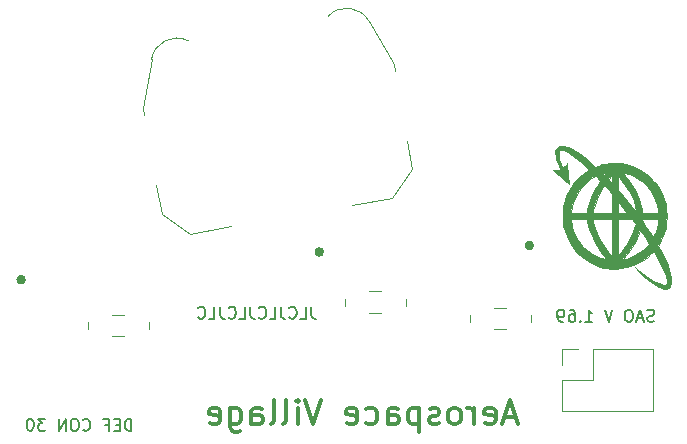
<source format=gbo>
%TF.GenerationSoftware,KiCad,Pcbnew,(5.1.12-1-10_14)*%
%TF.CreationDate,2022-04-05T15:16:15-04:00*%
%TF.ProjectId,sr-71,73722d37-312e-46b6-9963-61645f706362,rev?*%
%TF.SameCoordinates,Original*%
%TF.FileFunction,Legend,Bot*%
%TF.FilePolarity,Positive*%
%FSLAX46Y46*%
G04 Gerber Fmt 4.6, Leading zero omitted, Abs format (unit mm)*
G04 Created by KiCad (PCBNEW (5.1.12-1-10_14)) date 2022-04-05 15:16:15*
%MOMM*%
%LPD*%
G01*
G04 APERTURE LIST*
%ADD10C,0.150000*%
%ADD11C,0.300000*%
%ADD12C,0.120000*%
%ADD13C,0.008405*%
%ADD14C,0.400000*%
%ADD15C,0.100000*%
G04 APERTURE END LIST*
D10*
X152548647Y-107656380D02*
X152548647Y-108370666D01*
X152596266Y-108513523D01*
X152691504Y-108608761D01*
X152834361Y-108656380D01*
X152929600Y-108656380D01*
X151596266Y-108656380D02*
X152072457Y-108656380D01*
X152072457Y-107656380D01*
X150691504Y-108561142D02*
X150739123Y-108608761D01*
X150881980Y-108656380D01*
X150977219Y-108656380D01*
X151120076Y-108608761D01*
X151215314Y-108513523D01*
X151262933Y-108418285D01*
X151310552Y-108227809D01*
X151310552Y-108084952D01*
X151262933Y-107894476D01*
X151215314Y-107799238D01*
X151120076Y-107704000D01*
X150977219Y-107656380D01*
X150881980Y-107656380D01*
X150739123Y-107704000D01*
X150691504Y-107751619D01*
X149977219Y-107656380D02*
X149977219Y-108370666D01*
X150024838Y-108513523D01*
X150120076Y-108608761D01*
X150262933Y-108656380D01*
X150358171Y-108656380D01*
X149024838Y-108656380D02*
X149501028Y-108656380D01*
X149501028Y-107656380D01*
X148120076Y-108561142D02*
X148167695Y-108608761D01*
X148310552Y-108656380D01*
X148405790Y-108656380D01*
X148548647Y-108608761D01*
X148643885Y-108513523D01*
X148691504Y-108418285D01*
X148739123Y-108227809D01*
X148739123Y-108084952D01*
X148691504Y-107894476D01*
X148643885Y-107799238D01*
X148548647Y-107704000D01*
X148405790Y-107656380D01*
X148310552Y-107656380D01*
X148167695Y-107704000D01*
X148120076Y-107751619D01*
X147405790Y-107656380D02*
X147405790Y-108370666D01*
X147453409Y-108513523D01*
X147548647Y-108608761D01*
X147691504Y-108656380D01*
X147786742Y-108656380D01*
X146453409Y-108656380D02*
X146929600Y-108656380D01*
X146929600Y-107656380D01*
X145548647Y-108561142D02*
X145596266Y-108608761D01*
X145739123Y-108656380D01*
X145834361Y-108656380D01*
X145977219Y-108608761D01*
X146072457Y-108513523D01*
X146120076Y-108418285D01*
X146167695Y-108227809D01*
X146167695Y-108084952D01*
X146120076Y-107894476D01*
X146072457Y-107799238D01*
X145977219Y-107704000D01*
X145834361Y-107656380D01*
X145739123Y-107656380D01*
X145596266Y-107704000D01*
X145548647Y-107751619D01*
X144834361Y-107656380D02*
X144834361Y-108370666D01*
X144881980Y-108513523D01*
X144977219Y-108608761D01*
X145120076Y-108656380D01*
X145215314Y-108656380D01*
X143881980Y-108656380D02*
X144358171Y-108656380D01*
X144358171Y-107656380D01*
X142977219Y-108561142D02*
X143024838Y-108608761D01*
X143167695Y-108656380D01*
X143262933Y-108656380D01*
X143405790Y-108608761D01*
X143501028Y-108513523D01*
X143548647Y-108418285D01*
X143596266Y-108227809D01*
X143596266Y-108084952D01*
X143548647Y-107894476D01*
X143501028Y-107799238D01*
X143405790Y-107704000D01*
X143262933Y-107656380D01*
X143167695Y-107656380D01*
X143024838Y-107704000D01*
X142977219Y-107751619D01*
X137322961Y-118155980D02*
X137322961Y-117155980D01*
X137084866Y-117155980D01*
X136942009Y-117203600D01*
X136846771Y-117298838D01*
X136799152Y-117394076D01*
X136751533Y-117584552D01*
X136751533Y-117727409D01*
X136799152Y-117917885D01*
X136846771Y-118013123D01*
X136942009Y-118108361D01*
X137084866Y-118155980D01*
X137322961Y-118155980D01*
X136322961Y-117632171D02*
X135989628Y-117632171D01*
X135846771Y-118155980D02*
X136322961Y-118155980D01*
X136322961Y-117155980D01*
X135846771Y-117155980D01*
X135084866Y-117632171D02*
X135418200Y-117632171D01*
X135418200Y-118155980D02*
X135418200Y-117155980D01*
X134942009Y-117155980D01*
X133227723Y-118060742D02*
X133275342Y-118108361D01*
X133418200Y-118155980D01*
X133513438Y-118155980D01*
X133656295Y-118108361D01*
X133751533Y-118013123D01*
X133799152Y-117917885D01*
X133846771Y-117727409D01*
X133846771Y-117584552D01*
X133799152Y-117394076D01*
X133751533Y-117298838D01*
X133656295Y-117203600D01*
X133513438Y-117155980D01*
X133418200Y-117155980D01*
X133275342Y-117203600D01*
X133227723Y-117251219D01*
X132608676Y-117155980D02*
X132418200Y-117155980D01*
X132322961Y-117203600D01*
X132227723Y-117298838D01*
X132180104Y-117489314D01*
X132180104Y-117822647D01*
X132227723Y-118013123D01*
X132322961Y-118108361D01*
X132418200Y-118155980D01*
X132608676Y-118155980D01*
X132703914Y-118108361D01*
X132799152Y-118013123D01*
X132846771Y-117822647D01*
X132846771Y-117489314D01*
X132799152Y-117298838D01*
X132703914Y-117203600D01*
X132608676Y-117155980D01*
X131751533Y-118155980D02*
X131751533Y-117155980D01*
X131180104Y-118155980D01*
X131180104Y-117155980D01*
X130037247Y-117155980D02*
X129418200Y-117155980D01*
X129751533Y-117536933D01*
X129608676Y-117536933D01*
X129513438Y-117584552D01*
X129465819Y-117632171D01*
X129418200Y-117727409D01*
X129418200Y-117965504D01*
X129465819Y-118060742D01*
X129513438Y-118108361D01*
X129608676Y-118155980D01*
X129894390Y-118155980D01*
X129989628Y-118108361D01*
X130037247Y-118060742D01*
X128799152Y-117155980D02*
X128703914Y-117155980D01*
X128608676Y-117203600D01*
X128561057Y-117251219D01*
X128513438Y-117346457D01*
X128465819Y-117536933D01*
X128465819Y-117775028D01*
X128513438Y-117965504D01*
X128561057Y-118060742D01*
X128608676Y-118108361D01*
X128703914Y-118155980D01*
X128799152Y-118155980D01*
X128894390Y-118108361D01*
X128942009Y-118060742D01*
X128989628Y-117965504D01*
X129037247Y-117775028D01*
X129037247Y-117536933D01*
X128989628Y-117346457D01*
X128942009Y-117251219D01*
X128894390Y-117203600D01*
X128799152Y-117155980D01*
D11*
X169870400Y-116995533D02*
X168918019Y-116995533D01*
X170060876Y-117566961D02*
X169394209Y-115566961D01*
X168727542Y-117566961D01*
X167298971Y-117471723D02*
X167489447Y-117566961D01*
X167870400Y-117566961D01*
X168060876Y-117471723D01*
X168156114Y-117281247D01*
X168156114Y-116519342D01*
X168060876Y-116328866D01*
X167870400Y-116233628D01*
X167489447Y-116233628D01*
X167298971Y-116328866D01*
X167203733Y-116519342D01*
X167203733Y-116709819D01*
X168156114Y-116900295D01*
X166346590Y-117566961D02*
X166346590Y-116233628D01*
X166346590Y-116614580D02*
X166251352Y-116424104D01*
X166156114Y-116328866D01*
X165965638Y-116233628D01*
X165775161Y-116233628D01*
X164822780Y-117566961D02*
X165013257Y-117471723D01*
X165108495Y-117376485D01*
X165203733Y-117186009D01*
X165203733Y-116614580D01*
X165108495Y-116424104D01*
X165013257Y-116328866D01*
X164822780Y-116233628D01*
X164537066Y-116233628D01*
X164346590Y-116328866D01*
X164251352Y-116424104D01*
X164156114Y-116614580D01*
X164156114Y-117186009D01*
X164251352Y-117376485D01*
X164346590Y-117471723D01*
X164537066Y-117566961D01*
X164822780Y-117566961D01*
X163394209Y-117471723D02*
X163203733Y-117566961D01*
X162822780Y-117566961D01*
X162632304Y-117471723D01*
X162537066Y-117281247D01*
X162537066Y-117186009D01*
X162632304Y-116995533D01*
X162822780Y-116900295D01*
X163108495Y-116900295D01*
X163298971Y-116805057D01*
X163394209Y-116614580D01*
X163394209Y-116519342D01*
X163298971Y-116328866D01*
X163108495Y-116233628D01*
X162822780Y-116233628D01*
X162632304Y-116328866D01*
X161679923Y-116233628D02*
X161679923Y-118233628D01*
X161679923Y-116328866D02*
X161489447Y-116233628D01*
X161108495Y-116233628D01*
X160918019Y-116328866D01*
X160822780Y-116424104D01*
X160727542Y-116614580D01*
X160727542Y-117186009D01*
X160822780Y-117376485D01*
X160918019Y-117471723D01*
X161108495Y-117566961D01*
X161489447Y-117566961D01*
X161679923Y-117471723D01*
X159013257Y-117566961D02*
X159013257Y-116519342D01*
X159108495Y-116328866D01*
X159298971Y-116233628D01*
X159679923Y-116233628D01*
X159870400Y-116328866D01*
X159013257Y-117471723D02*
X159203733Y-117566961D01*
X159679923Y-117566961D01*
X159870400Y-117471723D01*
X159965638Y-117281247D01*
X159965638Y-117090771D01*
X159870400Y-116900295D01*
X159679923Y-116805057D01*
X159203733Y-116805057D01*
X159013257Y-116709819D01*
X157203733Y-117471723D02*
X157394209Y-117566961D01*
X157775161Y-117566961D01*
X157965638Y-117471723D01*
X158060876Y-117376485D01*
X158156114Y-117186009D01*
X158156114Y-116614580D01*
X158060876Y-116424104D01*
X157965638Y-116328866D01*
X157775161Y-116233628D01*
X157394209Y-116233628D01*
X157203733Y-116328866D01*
X155584685Y-117471723D02*
X155775161Y-117566961D01*
X156156114Y-117566961D01*
X156346590Y-117471723D01*
X156441828Y-117281247D01*
X156441828Y-116519342D01*
X156346590Y-116328866D01*
X156156114Y-116233628D01*
X155775161Y-116233628D01*
X155584685Y-116328866D01*
X155489447Y-116519342D01*
X155489447Y-116709819D01*
X156441828Y-116900295D01*
X153394209Y-115566961D02*
X152727542Y-117566961D01*
X152060876Y-115566961D01*
X151394209Y-117566961D02*
X151394209Y-116233628D01*
X151394209Y-115566961D02*
X151489447Y-115662200D01*
X151394209Y-115757438D01*
X151298971Y-115662200D01*
X151394209Y-115566961D01*
X151394209Y-115757438D01*
X150156114Y-117566961D02*
X150346590Y-117471723D01*
X150441828Y-117281247D01*
X150441828Y-115566961D01*
X149108495Y-117566961D02*
X149298971Y-117471723D01*
X149394209Y-117281247D01*
X149394209Y-115566961D01*
X147489447Y-117566961D02*
X147489447Y-116519342D01*
X147584685Y-116328866D01*
X147775161Y-116233628D01*
X148156114Y-116233628D01*
X148346590Y-116328866D01*
X147489447Y-117471723D02*
X147679923Y-117566961D01*
X148156114Y-117566961D01*
X148346590Y-117471723D01*
X148441828Y-117281247D01*
X148441828Y-117090771D01*
X148346590Y-116900295D01*
X148156114Y-116805057D01*
X147679923Y-116805057D01*
X147489447Y-116709819D01*
X145679923Y-116233628D02*
X145679923Y-117852676D01*
X145775161Y-118043152D01*
X145870400Y-118138390D01*
X146060876Y-118233628D01*
X146346590Y-118233628D01*
X146537066Y-118138390D01*
X145679923Y-117471723D02*
X145870400Y-117566961D01*
X146251352Y-117566961D01*
X146441828Y-117471723D01*
X146537066Y-117376485D01*
X146632304Y-117186009D01*
X146632304Y-116614580D01*
X146537066Y-116424104D01*
X146441828Y-116328866D01*
X146251352Y-116233628D01*
X145870400Y-116233628D01*
X145679923Y-116328866D01*
X143965638Y-117471723D02*
X144156114Y-117566961D01*
X144537066Y-117566961D01*
X144727542Y-117471723D01*
X144822780Y-117281247D01*
X144822780Y-116519342D01*
X144727542Y-116328866D01*
X144537066Y-116233628D01*
X144156114Y-116233628D01*
X143965638Y-116328866D01*
X143870400Y-116519342D01*
X143870400Y-116709819D01*
X144822780Y-116900295D01*
D10*
X181577738Y-108875461D02*
X181434880Y-108923080D01*
X181196785Y-108923080D01*
X181101547Y-108875461D01*
X181053928Y-108827842D01*
X181006309Y-108732604D01*
X181006309Y-108637366D01*
X181053928Y-108542128D01*
X181101547Y-108494509D01*
X181196785Y-108446890D01*
X181387261Y-108399271D01*
X181482500Y-108351652D01*
X181530119Y-108304033D01*
X181577738Y-108208795D01*
X181577738Y-108113557D01*
X181530119Y-108018319D01*
X181482500Y-107970700D01*
X181387261Y-107923080D01*
X181149166Y-107923080D01*
X181006309Y-107970700D01*
X180625357Y-108637366D02*
X180149166Y-108637366D01*
X180720595Y-108923080D02*
X180387261Y-107923080D01*
X180053928Y-108923080D01*
X179530119Y-107923080D02*
X179339642Y-107923080D01*
X179244404Y-107970700D01*
X179149166Y-108065938D01*
X179101547Y-108256414D01*
X179101547Y-108589747D01*
X179149166Y-108780223D01*
X179244404Y-108875461D01*
X179339642Y-108923080D01*
X179530119Y-108923080D01*
X179625357Y-108875461D01*
X179720595Y-108780223D01*
X179768214Y-108589747D01*
X179768214Y-108256414D01*
X179720595Y-108065938D01*
X179625357Y-107970700D01*
X179530119Y-107923080D01*
X178053928Y-107923080D02*
X177720595Y-108923080D01*
X177387261Y-107923080D01*
X175768214Y-108923080D02*
X176339642Y-108923080D01*
X176053928Y-108923080D02*
X176053928Y-107923080D01*
X176149166Y-108065938D01*
X176244404Y-108161176D01*
X176339642Y-108208795D01*
X175339642Y-108827842D02*
X175292023Y-108875461D01*
X175339642Y-108923080D01*
X175387261Y-108875461D01*
X175339642Y-108827842D01*
X175339642Y-108923080D01*
X174434880Y-107923080D02*
X174625357Y-107923080D01*
X174720595Y-107970700D01*
X174768214Y-108018319D01*
X174863452Y-108161176D01*
X174911071Y-108351652D01*
X174911071Y-108732604D01*
X174863452Y-108827842D01*
X174815833Y-108875461D01*
X174720595Y-108923080D01*
X174530119Y-108923080D01*
X174434880Y-108875461D01*
X174387261Y-108827842D01*
X174339642Y-108732604D01*
X174339642Y-108494509D01*
X174387261Y-108399271D01*
X174434880Y-108351652D01*
X174530119Y-108304033D01*
X174720595Y-108304033D01*
X174815833Y-108351652D01*
X174863452Y-108399271D01*
X174911071Y-108494509D01*
X173863452Y-108923080D02*
X173672976Y-108923080D01*
X173577738Y-108875461D01*
X173530119Y-108827842D01*
X173434880Y-108684985D01*
X173387261Y-108494509D01*
X173387261Y-108113557D01*
X173434880Y-108018319D01*
X173482500Y-107970700D01*
X173577738Y-107923080D01*
X173768214Y-107923080D01*
X173863452Y-107970700D01*
X173911071Y-108018319D01*
X173958690Y-108113557D01*
X173958690Y-108351652D01*
X173911071Y-108446890D01*
X173863452Y-108494509D01*
X173768214Y-108542128D01*
X173577738Y-108542128D01*
X173482500Y-108494509D01*
X173434880Y-108446890D01*
X173387261Y-108351652D01*
D12*
X181504900Y-111255500D02*
X181504900Y-116455500D01*
X176364900Y-111255500D02*
X181504900Y-111255500D01*
X173764900Y-116455500D02*
X181504900Y-116455500D01*
X176364900Y-111255500D02*
X176364900Y-113855500D01*
X176364900Y-113855500D02*
X173764900Y-113855500D01*
X173764900Y-113855500D02*
X173764900Y-116455500D01*
X175094900Y-111255500D02*
X173764900Y-111255500D01*
X173764900Y-111255500D02*
X173764900Y-112585500D01*
D13*
G36*
X173758083Y-94032830D02*
G01*
X177310994Y-96335630D01*
X177219424Y-96376030D01*
X177294894Y-96469330D01*
X177370124Y-96540030D01*
X177476359Y-96406160D01*
X177582353Y-96272280D01*
X177582348Y-96272130D01*
X177492458Y-96294730D01*
X177310994Y-96335630D01*
X173758083Y-94032830D01*
X177719870Y-96886810D01*
X177842929Y-97026450D01*
X177989783Y-97169460D01*
X178006593Y-97078160D01*
X178013593Y-96854590D01*
X178001583Y-96537090D01*
X178001576Y-96537090D01*
X178001561Y-96537100D01*
X177854707Y-96711830D01*
X177719870Y-96886810D01*
X173758083Y-94032830D01*
X178490211Y-97745610D01*
X178611828Y-97879970D01*
X179102404Y-98461090D01*
X179695326Y-99205260D01*
X180046144Y-99647390D01*
X180068734Y-99661990D01*
X180075734Y-99648090D01*
X180063574Y-99554690D01*
X179979914Y-99160140D01*
X179846202Y-98744390D01*
X179667110Y-98319960D01*
X179447318Y-97899400D01*
X179025135Y-97246800D01*
X178602968Y-96680100D01*
X178492706Y-96552960D01*
X178492611Y-96552990D01*
X178491411Y-97149300D01*
X178490211Y-97745610D01*
X173758083Y-94032830D01*
X173980703Y-94058930D01*
X180650345Y-100230620D01*
X180568935Y-100249420D01*
X180554745Y-100284820D01*
X180660225Y-100485680D01*
X180913828Y-100880410D01*
X181384915Y-101598330D01*
X181496917Y-101783170D01*
X181583207Y-101590880D01*
X181702603Y-101298130D01*
X181798253Y-101005180D01*
X181869783Y-100713300D01*
X181916823Y-100423740D01*
X181941093Y-100222090D01*
X181941089Y-100221620D01*
X181247920Y-100221620D01*
X180650345Y-100230620D01*
X173980703Y-94058930D01*
X174237038Y-94134930D01*
X176621580Y-96592160D01*
X176412717Y-96708730D01*
X176136690Y-96882560D01*
X175874441Y-97086410D01*
X175628689Y-97316960D01*
X175402152Y-97570880D01*
X175197549Y-97844830D01*
X175017598Y-98135490D01*
X174865017Y-98439540D01*
X174742524Y-98753630D01*
X174615231Y-99243940D01*
X174551451Y-99654220D01*
X174567291Y-99687220D01*
X174650441Y-99705020D01*
X175232366Y-99714020D01*
X175913277Y-99714020D01*
X175934187Y-99563080D01*
X176015647Y-99118230D01*
X176126946Y-98705030D01*
X176244392Y-98404970D01*
X176416949Y-98036100D01*
X176614131Y-97659860D01*
X176805454Y-97337680D01*
X176997253Y-97003350D01*
X176942023Y-96921150D01*
X176809298Y-96778340D01*
X176621585Y-96592550D01*
X176621580Y-96592160D01*
X174237038Y-94134930D01*
X174524697Y-94259690D01*
X177483370Y-97515690D01*
X177411400Y-97450190D01*
X177358980Y-97430590D01*
X177358979Y-97430650D01*
X177324569Y-97444750D01*
X177289959Y-97482650D01*
X177198909Y-97622700D01*
X176935580Y-98076390D01*
X176713808Y-98552800D01*
X176545851Y-99022200D01*
X176443969Y-99454880D01*
X176402629Y-99713980D01*
X177208042Y-99713980D01*
X178013695Y-99713980D01*
X178013695Y-98920350D01*
X178013695Y-98126710D01*
X177730802Y-97799110D01*
X177483370Y-97515690D01*
X174524697Y-94259690D01*
X174841296Y-94431960D01*
X175184442Y-94650540D01*
X178490307Y-98690500D01*
X178490307Y-99202210D01*
X178490307Y-99713910D01*
X178887365Y-99713910D01*
X179284423Y-99697110D01*
X178887365Y-99185410D01*
X178490307Y-98690530D01*
X178490307Y-98690500D01*
X175184442Y-94650540D01*
X175551750Y-94914250D01*
X179710052Y-100238140D01*
X179100044Y-100229140D01*
X178490282Y-100220140D01*
X178490307Y-100220840D01*
X178490307Y-101809790D01*
X178498207Y-103397780D01*
X178832342Y-102958560D01*
X179270211Y-102334470D01*
X179465351Y-102010080D01*
X179640381Y-101675800D01*
X179789318Y-101343910D01*
X179906178Y-101026730D01*
X180022507Y-100666690D01*
X179866280Y-100452290D01*
X179710052Y-100238140D01*
X175551750Y-94914250D01*
X175940831Y-95221860D01*
X176349297Y-95572200D01*
X176606952Y-95801250D01*
X178960760Y-96290580D01*
X178952360Y-96307480D01*
X178982230Y-96360580D01*
X179185047Y-96631900D01*
X179541046Y-97130600D01*
X179856718Y-97635860D01*
X180118244Y-98123930D01*
X180311808Y-98571050D01*
X180475845Y-99140200D01*
X180532785Y-99418720D01*
X180554795Y-99614890D01*
X180554795Y-99713190D01*
X181247965Y-99713190D01*
X181941135Y-99713190D01*
X181915175Y-99496390D01*
X181829125Y-99036410D01*
X181685069Y-98592050D01*
X181487252Y-98169260D01*
X181239915Y-97774000D01*
X180947301Y-97412220D01*
X180613654Y-97089850D01*
X180243218Y-96812860D01*
X179840233Y-96587200D01*
X179427074Y-96423210D01*
X179019438Y-96299980D01*
X178960798Y-96290980D01*
X178960760Y-96290580D01*
X176606952Y-95801250D01*
X180384101Y-101169070D01*
X180294931Y-101402210D01*
X180098757Y-101845820D01*
X179838637Y-102327260D01*
X179529240Y-102821410D01*
X179185236Y-103303140D01*
X178955221Y-103612950D01*
X178948321Y-103642150D01*
X178986341Y-103647150D01*
X179252557Y-103576250D01*
X179754659Y-103385850D01*
X180222559Y-103134080D01*
X180638209Y-102832280D01*
X180820799Y-102666160D01*
X180983559Y-102491790D01*
X181138825Y-102310090D01*
X181066475Y-102184380D01*
X180689125Y-101614030D01*
X180384121Y-101169380D01*
X180384101Y-101169070D01*
X176606952Y-95801250D01*
X176878067Y-95710150D01*
X177207296Y-95611750D01*
X177517627Y-95549350D01*
X177851638Y-95516750D01*
X178251908Y-95507750D01*
X178013532Y-100222090D01*
X177207879Y-100222090D01*
X176402467Y-100222090D01*
X176441887Y-100468210D01*
X176502777Y-100767200D01*
X176590657Y-101069570D01*
X176706727Y-101377700D01*
X176852180Y-101694010D01*
X177028214Y-102020880D01*
X177236029Y-102360690D01*
X177751787Y-103088750D01*
X178001029Y-103398560D01*
X178013529Y-101810320D01*
X178013529Y-100222090D01*
X178013532Y-100222090D01*
X178251908Y-95507750D01*
X178751354Y-95522150D01*
X179123898Y-95579950D01*
X179439064Y-95659350D01*
X179743522Y-95758850D01*
X180036673Y-95877900D01*
X180317917Y-96015900D01*
X180586656Y-96172260D01*
X180842292Y-96346400D01*
X181084227Y-96537730D01*
X181311860Y-96745670D01*
X181524594Y-96969630D01*
X181721829Y-97209010D01*
X181902967Y-97463240D01*
X182067408Y-97731720D01*
X182214557Y-98013870D01*
X182343811Y-98309100D01*
X182454573Y-98616820D01*
X182546243Y-98936450D01*
X182594613Y-99145290D01*
X182621013Y-99334710D01*
X182634693Y-99967800D01*
X174791054Y-100221070D01*
X174623697Y-100239670D01*
X174580567Y-100262670D01*
X174558797Y-100298370D01*
X174562397Y-100418720D01*
X174600477Y-100622310D01*
X174658117Y-100894820D01*
X174734557Y-101159450D01*
X174829627Y-101415890D01*
X174943173Y-101663850D01*
X175075039Y-101903000D01*
X175225061Y-102133050D01*
X175393084Y-102353680D01*
X175578946Y-102564580D01*
X175916359Y-102877370D01*
X176294984Y-103150360D01*
X176697987Y-103372860D01*
X177108533Y-103534160D01*
X177469298Y-103635820D01*
X177576014Y-103658620D01*
X177322205Y-103329820D01*
X177031559Y-102935520D01*
X176775344Y-102550440D01*
X176553050Y-102173470D01*
X176364166Y-101803530D01*
X176208181Y-101439540D01*
X176084582Y-101080390D01*
X175992862Y-100725020D01*
X175932502Y-100372310D01*
X175913272Y-100221610D01*
X175232198Y-100221610D01*
X174790915Y-100221150D01*
X174790915Y-100221160D01*
X174791054Y-100221070D01*
X182634693Y-99967800D01*
X182622303Y-100601690D01*
X182595903Y-100789970D01*
X182546953Y-100999140D01*
X182451843Y-101325860D01*
X182333942Y-101652850D01*
X182200332Y-101962190D01*
X182058084Y-102235980D01*
X181913394Y-102487140D01*
X182046307Y-102728450D01*
X182407364Y-103443700D01*
X182725055Y-104164310D01*
X182865263Y-104542390D01*
X182954513Y-104849050D01*
X183001743Y-105122180D01*
X183015873Y-105399710D01*
X183004293Y-105653610D01*
X182963093Y-105834580D01*
X182884233Y-105963290D01*
X182759657Y-106060390D01*
X182618523Y-106117690D01*
X182418120Y-106119690D01*
X182235473Y-106088990D01*
X182031907Y-106018690D01*
X181808434Y-105909410D01*
X181566062Y-105761830D01*
X181305799Y-105576610D01*
X181028659Y-105354420D01*
X180427781Y-104801810D01*
X179935304Y-104314380D01*
X180237183Y-104549200D01*
X180925290Y-105058140D01*
X181515595Y-105438970D01*
X182001354Y-105687740D01*
X182202919Y-105761340D01*
X182375818Y-105800440D01*
X182503804Y-105803440D01*
X182588044Y-105748640D01*
X182626374Y-105703140D01*
X182645724Y-105650240D01*
X182642424Y-105435020D01*
X182576174Y-105073630D01*
X182422894Y-104627780D01*
X182181512Y-104094700D01*
X181850956Y-103471600D01*
X181562295Y-102957010D01*
X181272914Y-103228130D01*
X181050059Y-103424140D01*
X180817937Y-103603530D01*
X180577282Y-103766100D01*
X180328822Y-103911700D01*
X179811413Y-104151220D01*
X179271556Y-104320670D01*
X178715095Y-104418670D01*
X178432465Y-104440370D01*
X178147874Y-104443370D01*
X177862057Y-104428070D01*
X177575741Y-104393970D01*
X177289656Y-104340970D01*
X177004537Y-104268870D01*
X176689007Y-104156570D01*
X176333213Y-103995770D01*
X175983623Y-103809330D01*
X175686698Y-103620170D01*
X175401729Y-103387430D01*
X175093170Y-103090450D01*
X174806895Y-102776330D01*
X174588779Y-102492200D01*
X174359453Y-102104780D01*
X174163701Y-101685170D01*
X174006895Y-101246470D01*
X173894408Y-100801820D01*
X173850918Y-100432180D01*
X173836418Y-99967320D01*
X173850918Y-99502470D01*
X173894408Y-99132830D01*
X174005543Y-98688560D01*
X174158239Y-98260220D01*
X174352372Y-97848110D01*
X174587817Y-97452540D01*
X174831348Y-97135540D01*
X175147752Y-96794170D01*
X175487991Y-96477580D01*
X175803027Y-96234930D01*
X176085920Y-96047690D01*
X175801345Y-95774900D01*
X175429867Y-95434310D01*
X175068604Y-95132190D01*
X174726190Y-94873810D01*
X174411258Y-94664500D01*
X174132441Y-94509520D01*
X173898373Y-94414220D01*
X173717688Y-94383820D01*
X173650058Y-94394620D01*
X173599018Y-94423620D01*
X173554118Y-94485220D01*
X173525178Y-94573420D01*
X173514818Y-94824270D01*
X173567228Y-95165880D01*
X173681711Y-95587920D01*
X173766071Y-95831820D01*
X173815341Y-95933300D01*
X174028771Y-95705930D01*
X174178451Y-95541140D01*
X174212491Y-95521840D01*
X174225851Y-95539140D01*
X174349390Y-97224950D01*
X173680255Y-96669020D01*
X173015927Y-96107800D01*
X173172156Y-96086900D01*
X173479083Y-96063100D01*
X173585673Y-96054100D01*
X173630023Y-96037100D01*
X173486294Y-95673450D01*
X173372787Y-95381970D01*
X173290197Y-95118490D01*
X173238517Y-94882920D01*
X173217747Y-94675120D01*
X173227887Y-94494980D01*
X173268937Y-94342380D01*
X173340897Y-94217210D01*
X173443760Y-94119310D01*
X173584625Y-94053610D01*
X173758137Y-94032310D01*
X173758083Y-94032830D01*
G37*
X173758083Y-94032830D02*
X177310994Y-96335630D01*
X177219424Y-96376030D01*
X177294894Y-96469330D01*
X177370124Y-96540030D01*
X177476359Y-96406160D01*
X177582353Y-96272280D01*
X177582348Y-96272130D01*
X177492458Y-96294730D01*
X177310994Y-96335630D01*
X173758083Y-94032830D01*
X177719870Y-96886810D01*
X177842929Y-97026450D01*
X177989783Y-97169460D01*
X178006593Y-97078160D01*
X178013593Y-96854590D01*
X178001583Y-96537090D01*
X178001576Y-96537090D01*
X178001561Y-96537100D01*
X177854707Y-96711830D01*
X177719870Y-96886810D01*
X173758083Y-94032830D01*
X178490211Y-97745610D01*
X178611828Y-97879970D01*
X179102404Y-98461090D01*
X179695326Y-99205260D01*
X180046144Y-99647390D01*
X180068734Y-99661990D01*
X180075734Y-99648090D01*
X180063574Y-99554690D01*
X179979914Y-99160140D01*
X179846202Y-98744390D01*
X179667110Y-98319960D01*
X179447318Y-97899400D01*
X179025135Y-97246800D01*
X178602968Y-96680100D01*
X178492706Y-96552960D01*
X178492611Y-96552990D01*
X178491411Y-97149300D01*
X178490211Y-97745610D01*
X173758083Y-94032830D01*
X173980703Y-94058930D01*
X180650345Y-100230620D01*
X180568935Y-100249420D01*
X180554745Y-100284820D01*
X180660225Y-100485680D01*
X180913828Y-100880410D01*
X181384915Y-101598330D01*
X181496917Y-101783170D01*
X181583207Y-101590880D01*
X181702603Y-101298130D01*
X181798253Y-101005180D01*
X181869783Y-100713300D01*
X181916823Y-100423740D01*
X181941093Y-100222090D01*
X181941089Y-100221620D01*
X181247920Y-100221620D01*
X180650345Y-100230620D01*
X173980703Y-94058930D01*
X174237038Y-94134930D01*
X176621580Y-96592160D01*
X176412717Y-96708730D01*
X176136690Y-96882560D01*
X175874441Y-97086410D01*
X175628689Y-97316960D01*
X175402152Y-97570880D01*
X175197549Y-97844830D01*
X175017598Y-98135490D01*
X174865017Y-98439540D01*
X174742524Y-98753630D01*
X174615231Y-99243940D01*
X174551451Y-99654220D01*
X174567291Y-99687220D01*
X174650441Y-99705020D01*
X175232366Y-99714020D01*
X175913277Y-99714020D01*
X175934187Y-99563080D01*
X176015647Y-99118230D01*
X176126946Y-98705030D01*
X176244392Y-98404970D01*
X176416949Y-98036100D01*
X176614131Y-97659860D01*
X176805454Y-97337680D01*
X176997253Y-97003350D01*
X176942023Y-96921150D01*
X176809298Y-96778340D01*
X176621585Y-96592550D01*
X176621580Y-96592160D01*
X174237038Y-94134930D01*
X174524697Y-94259690D01*
X177483370Y-97515690D01*
X177411400Y-97450190D01*
X177358980Y-97430590D01*
X177358979Y-97430650D01*
X177324569Y-97444750D01*
X177289959Y-97482650D01*
X177198909Y-97622700D01*
X176935580Y-98076390D01*
X176713808Y-98552800D01*
X176545851Y-99022200D01*
X176443969Y-99454880D01*
X176402629Y-99713980D01*
X177208042Y-99713980D01*
X178013695Y-99713980D01*
X178013695Y-98920350D01*
X178013695Y-98126710D01*
X177730802Y-97799110D01*
X177483370Y-97515690D01*
X174524697Y-94259690D01*
X174841296Y-94431960D01*
X175184442Y-94650540D01*
X178490307Y-98690500D01*
X178490307Y-99202210D01*
X178490307Y-99713910D01*
X178887365Y-99713910D01*
X179284423Y-99697110D01*
X178887365Y-99185410D01*
X178490307Y-98690530D01*
X178490307Y-98690500D01*
X175184442Y-94650540D01*
X175551750Y-94914250D01*
X179710052Y-100238140D01*
X179100044Y-100229140D01*
X178490282Y-100220140D01*
X178490307Y-100220840D01*
X178490307Y-101809790D01*
X178498207Y-103397780D01*
X178832342Y-102958560D01*
X179270211Y-102334470D01*
X179465351Y-102010080D01*
X179640381Y-101675800D01*
X179789318Y-101343910D01*
X179906178Y-101026730D01*
X180022507Y-100666690D01*
X179866280Y-100452290D01*
X179710052Y-100238140D01*
X175551750Y-94914250D01*
X175940831Y-95221860D01*
X176349297Y-95572200D01*
X176606952Y-95801250D01*
X178960760Y-96290580D01*
X178952360Y-96307480D01*
X178982230Y-96360580D01*
X179185047Y-96631900D01*
X179541046Y-97130600D01*
X179856718Y-97635860D01*
X180118244Y-98123930D01*
X180311808Y-98571050D01*
X180475845Y-99140200D01*
X180532785Y-99418720D01*
X180554795Y-99614890D01*
X180554795Y-99713190D01*
X181247965Y-99713190D01*
X181941135Y-99713190D01*
X181915175Y-99496390D01*
X181829125Y-99036410D01*
X181685069Y-98592050D01*
X181487252Y-98169260D01*
X181239915Y-97774000D01*
X180947301Y-97412220D01*
X180613654Y-97089850D01*
X180243218Y-96812860D01*
X179840233Y-96587200D01*
X179427074Y-96423210D01*
X179019438Y-96299980D01*
X178960798Y-96290980D01*
X178960760Y-96290580D01*
X176606952Y-95801250D01*
X180384101Y-101169070D01*
X180294931Y-101402210D01*
X180098757Y-101845820D01*
X179838637Y-102327260D01*
X179529240Y-102821410D01*
X179185236Y-103303140D01*
X178955221Y-103612950D01*
X178948321Y-103642150D01*
X178986341Y-103647150D01*
X179252557Y-103576250D01*
X179754659Y-103385850D01*
X180222559Y-103134080D01*
X180638209Y-102832280D01*
X180820799Y-102666160D01*
X180983559Y-102491790D01*
X181138825Y-102310090D01*
X181066475Y-102184380D01*
X180689125Y-101614030D01*
X180384121Y-101169380D01*
X180384101Y-101169070D01*
X176606952Y-95801250D01*
X176878067Y-95710150D01*
X177207296Y-95611750D01*
X177517627Y-95549350D01*
X177851638Y-95516750D01*
X178251908Y-95507750D01*
X178013532Y-100222090D01*
X177207879Y-100222090D01*
X176402467Y-100222090D01*
X176441887Y-100468210D01*
X176502777Y-100767200D01*
X176590657Y-101069570D01*
X176706727Y-101377700D01*
X176852180Y-101694010D01*
X177028214Y-102020880D01*
X177236029Y-102360690D01*
X177751787Y-103088750D01*
X178001029Y-103398560D01*
X178013529Y-101810320D01*
X178013529Y-100222090D01*
X178013532Y-100222090D01*
X178251908Y-95507750D01*
X178751354Y-95522150D01*
X179123898Y-95579950D01*
X179439064Y-95659350D01*
X179743522Y-95758850D01*
X180036673Y-95877900D01*
X180317917Y-96015900D01*
X180586656Y-96172260D01*
X180842292Y-96346400D01*
X181084227Y-96537730D01*
X181311860Y-96745670D01*
X181524594Y-96969630D01*
X181721829Y-97209010D01*
X181902967Y-97463240D01*
X182067408Y-97731720D01*
X182214557Y-98013870D01*
X182343811Y-98309100D01*
X182454573Y-98616820D01*
X182546243Y-98936450D01*
X182594613Y-99145290D01*
X182621013Y-99334710D01*
X182634693Y-99967800D01*
X174791054Y-100221070D01*
X174623697Y-100239670D01*
X174580567Y-100262670D01*
X174558797Y-100298370D01*
X174562397Y-100418720D01*
X174600477Y-100622310D01*
X174658117Y-100894820D01*
X174734557Y-101159450D01*
X174829627Y-101415890D01*
X174943173Y-101663850D01*
X175075039Y-101903000D01*
X175225061Y-102133050D01*
X175393084Y-102353680D01*
X175578946Y-102564580D01*
X175916359Y-102877370D01*
X176294984Y-103150360D01*
X176697987Y-103372860D01*
X177108533Y-103534160D01*
X177469298Y-103635820D01*
X177576014Y-103658620D01*
X177322205Y-103329820D01*
X177031559Y-102935520D01*
X176775344Y-102550440D01*
X176553050Y-102173470D01*
X176364166Y-101803530D01*
X176208181Y-101439540D01*
X176084582Y-101080390D01*
X175992862Y-100725020D01*
X175932502Y-100372310D01*
X175913272Y-100221610D01*
X175232198Y-100221610D01*
X174790915Y-100221150D01*
X174790915Y-100221160D01*
X174791054Y-100221070D01*
X182634693Y-99967800D01*
X182622303Y-100601690D01*
X182595903Y-100789970D01*
X182546953Y-100999140D01*
X182451843Y-101325860D01*
X182333942Y-101652850D01*
X182200332Y-101962190D01*
X182058084Y-102235980D01*
X181913394Y-102487140D01*
X182046307Y-102728450D01*
X182407364Y-103443700D01*
X182725055Y-104164310D01*
X182865263Y-104542390D01*
X182954513Y-104849050D01*
X183001743Y-105122180D01*
X183015873Y-105399710D01*
X183004293Y-105653610D01*
X182963093Y-105834580D01*
X182884233Y-105963290D01*
X182759657Y-106060390D01*
X182618523Y-106117690D01*
X182418120Y-106119690D01*
X182235473Y-106088990D01*
X182031907Y-106018690D01*
X181808434Y-105909410D01*
X181566062Y-105761830D01*
X181305799Y-105576610D01*
X181028659Y-105354420D01*
X180427781Y-104801810D01*
X179935304Y-104314380D01*
X180237183Y-104549200D01*
X180925290Y-105058140D01*
X181515595Y-105438970D01*
X182001354Y-105687740D01*
X182202919Y-105761340D01*
X182375818Y-105800440D01*
X182503804Y-105803440D01*
X182588044Y-105748640D01*
X182626374Y-105703140D01*
X182645724Y-105650240D01*
X182642424Y-105435020D01*
X182576174Y-105073630D01*
X182422894Y-104627780D01*
X182181512Y-104094700D01*
X181850956Y-103471600D01*
X181562295Y-102957010D01*
X181272914Y-103228130D01*
X181050059Y-103424140D01*
X180817937Y-103603530D01*
X180577282Y-103766100D01*
X180328822Y-103911700D01*
X179811413Y-104151220D01*
X179271556Y-104320670D01*
X178715095Y-104418670D01*
X178432465Y-104440370D01*
X178147874Y-104443370D01*
X177862057Y-104428070D01*
X177575741Y-104393970D01*
X177289656Y-104340970D01*
X177004537Y-104268870D01*
X176689007Y-104156570D01*
X176333213Y-103995770D01*
X175983623Y-103809330D01*
X175686698Y-103620170D01*
X175401729Y-103387430D01*
X175093170Y-103090450D01*
X174806895Y-102776330D01*
X174588779Y-102492200D01*
X174359453Y-102104780D01*
X174163701Y-101685170D01*
X174006895Y-101246470D01*
X173894408Y-100801820D01*
X173850918Y-100432180D01*
X173836418Y-99967320D01*
X173850918Y-99502470D01*
X173894408Y-99132830D01*
X174005543Y-98688560D01*
X174158239Y-98260220D01*
X174352372Y-97848110D01*
X174587817Y-97452540D01*
X174831348Y-97135540D01*
X175147752Y-96794170D01*
X175487991Y-96477580D01*
X175803027Y-96234930D01*
X176085920Y-96047690D01*
X175801345Y-95774900D01*
X175429867Y-95434310D01*
X175068604Y-95132190D01*
X174726190Y-94873810D01*
X174411258Y-94664500D01*
X174132441Y-94509520D01*
X173898373Y-94414220D01*
X173717688Y-94383820D01*
X173650058Y-94394620D01*
X173599018Y-94423620D01*
X173554118Y-94485220D01*
X173525178Y-94573420D01*
X173514818Y-94824270D01*
X173567228Y-95165880D01*
X173681711Y-95587920D01*
X173766071Y-95831820D01*
X173815341Y-95933300D01*
X174028771Y-95705930D01*
X174178451Y-95541140D01*
X174212491Y-95521840D01*
X174225851Y-95539140D01*
X174349390Y-97224950D01*
X173680255Y-96669020D01*
X173015927Y-96107800D01*
X173172156Y-96086900D01*
X173479083Y-96063100D01*
X173585673Y-96054100D01*
X173630023Y-96037100D01*
X173486294Y-95673450D01*
X173372787Y-95381970D01*
X173290197Y-95118490D01*
X173238517Y-94882920D01*
X173217747Y-94675120D01*
X173227887Y-94494980D01*
X173268937Y-94342380D01*
X173340897Y-94217210D01*
X173443760Y-94119310D01*
X173584625Y-94053610D01*
X173758137Y-94032310D01*
X173758083Y-94032830D01*
D14*
X128185520Y-105364280D02*
G75*
G03*
X128185520Y-105364280I-200000J0D01*
G01*
X153430580Y-103017320D02*
G75*
G03*
X153430580Y-103017320I-200000J0D01*
G01*
X171223280Y-102471220D02*
G75*
G03*
X171223280Y-102471220I-200000J0D01*
G01*
D15*
X138810900Y-109520000D02*
X138810900Y-108920000D01*
X133610900Y-109520000D02*
X133610900Y-108920000D01*
X136210900Y-108320000D02*
X135710900Y-108320000D01*
X136210900Y-108320000D02*
X136710900Y-108320000D01*
X136210900Y-110120000D02*
X135710900Y-110120000D01*
X136210900Y-110120000D02*
X136710900Y-110120000D01*
X157978700Y-108164200D02*
X158478700Y-108164200D01*
X157978700Y-108164200D02*
X157478700Y-108164200D01*
X157978700Y-106364200D02*
X158478700Y-106364200D01*
X157978700Y-106364200D02*
X157478700Y-106364200D01*
X155378700Y-107564200D02*
X155378700Y-106964200D01*
X160578700Y-107564200D02*
X160578700Y-106964200D01*
X165957800Y-108335800D02*
X165957800Y-108935800D01*
X171157800Y-108335800D02*
X171157800Y-108935800D01*
X168557800Y-109535800D02*
X169057800Y-109535800D01*
X168557800Y-109535800D02*
X168057800Y-109535800D01*
X168557800Y-107735800D02*
X169057800Y-107735800D01*
X168557800Y-107735800D02*
X168057800Y-107735800D01*
D12*
X138295930Y-90829275D02*
X139028142Y-86689231D01*
X142283980Y-101468390D02*
X139874391Y-99781178D01*
X145730807Y-100860621D02*
X142283980Y-101468390D01*
X159419635Y-98446911D02*
X161106847Y-96037323D01*
X159528385Y-87085421D02*
X157424351Y-83445483D01*
X139874391Y-99781178D02*
X139447217Y-97358551D01*
X138405328Y-91449704D02*
X138295930Y-90829275D01*
X161106847Y-96037323D02*
X160679672Y-93614696D01*
X159637783Y-87705849D02*
X159528385Y-87085421D01*
X159419635Y-98446911D02*
X155972808Y-99054680D01*
X142142788Y-85138286D02*
G75*
G03*
X139028142Y-86689231I-988723J-1917349D01*
G01*
X157408401Y-83440001D02*
G75*
G03*
X153966655Y-83070205I-1856446J-1076898D01*
G01*
M02*

</source>
